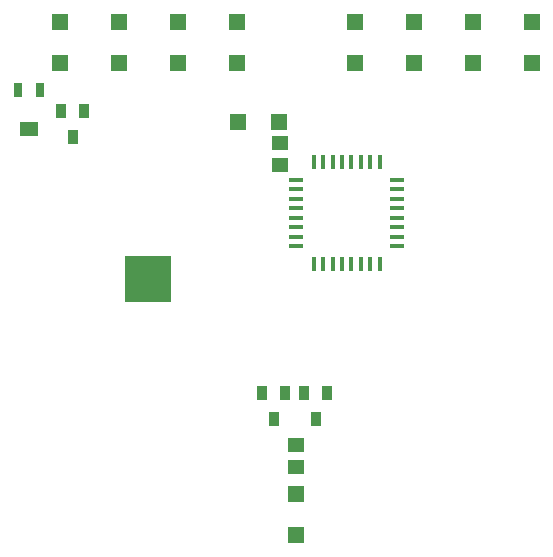
<source format=gtp>
G75*
G70*
%OFA0B0*%
%FSLAX24Y24*%
%IPPOS*%
%LPD*%
%AMOC8*
5,1,8,0,0,1.08239X$1,22.5*
%
%ADD10R,0.0460X0.0180*%
%ADD11R,0.0180X0.0460*%
%ADD12R,0.0354X0.0511*%
%ADD13R,0.0551X0.0551*%
%ADD14R,0.0590X0.0511*%
%ADD15R,0.0314X0.0472*%
%ADD16R,0.1560X0.1560*%
%ADD17R,0.0551X0.0472*%
D10*
X017880Y018955D03*
X017880Y019270D03*
X017880Y019585D03*
X017880Y019900D03*
X017880Y020215D03*
X017880Y020530D03*
X017880Y020845D03*
X017880Y021160D03*
X021260Y021160D03*
X021260Y020845D03*
X021260Y020530D03*
X021260Y020215D03*
X021260Y019900D03*
X021260Y019585D03*
X021260Y019270D03*
X021260Y018955D03*
D11*
X020672Y018368D03*
X020357Y018368D03*
X020042Y018368D03*
X019727Y018368D03*
X019412Y018368D03*
X019097Y018368D03*
X018782Y018368D03*
X018467Y018368D03*
X018467Y021748D03*
X018782Y021748D03*
X019097Y021748D03*
X019412Y021748D03*
X019727Y021748D03*
X020042Y021748D03*
X020357Y021748D03*
X020672Y021748D03*
D12*
X016759Y014066D03*
X017507Y014066D03*
X018159Y014066D03*
X018907Y014066D03*
X018533Y013200D03*
X017133Y013200D03*
X010433Y022600D03*
X010807Y023466D03*
X010059Y023466D03*
D13*
X010001Y025060D03*
X010001Y026438D03*
X011970Y026438D03*
X011970Y025060D03*
X013938Y025060D03*
X013938Y026438D03*
X015907Y026438D03*
X015907Y025060D03*
X015944Y023083D03*
X017322Y023083D03*
X019844Y025060D03*
X019844Y026438D03*
X021812Y026438D03*
X021812Y025060D03*
X023781Y025060D03*
X023781Y026438D03*
X025749Y026438D03*
X025749Y025060D03*
X017875Y010690D03*
X017875Y009312D03*
D14*
X008983Y022853D03*
D15*
X009357Y024172D03*
X008609Y024172D03*
D16*
X012954Y017875D03*
D17*
X017333Y021659D03*
X017333Y022407D03*
X017875Y012344D03*
X017875Y011596D03*
M02*

</source>
